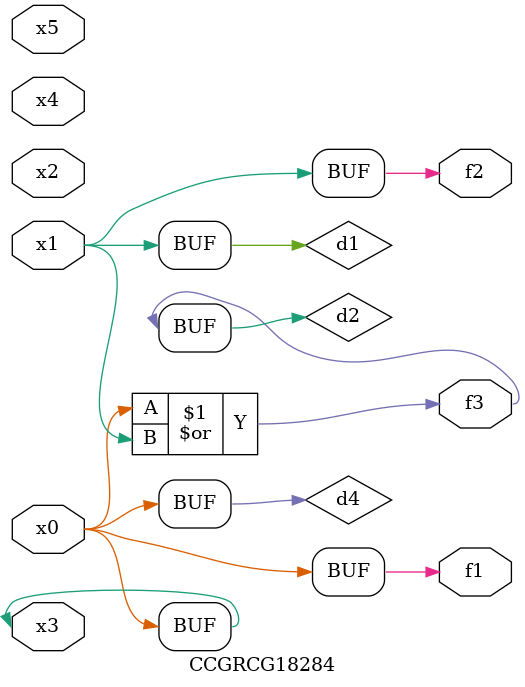
<source format=v>
module CCGRCG18284(
	input x0, x1, x2, x3, x4, x5,
	output f1, f2, f3
);

	wire d1, d2, d3, d4;

	and (d1, x1);
	or (d2, x0, x1);
	nand (d3, x0, x5);
	buf (d4, x0, x3);
	assign f1 = d4;
	assign f2 = d1;
	assign f3 = d2;
endmodule

</source>
